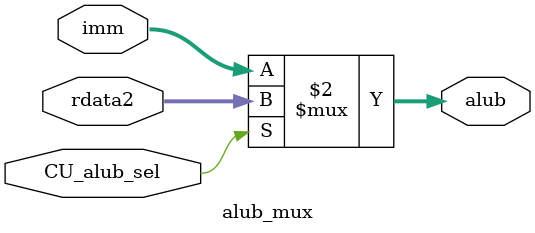
<source format=v>
`timescale 1ns / 1ps


module alub_mux(
    input wire CU_alub_sel,
    input wire [31:0] rdata2,
    input wire [31:0] imm,

    output wire [31:0] alub

    );

    assign alub = (CU_alub_sel == 1) ? rdata2 : 
                  imm;

endmodule

</source>
